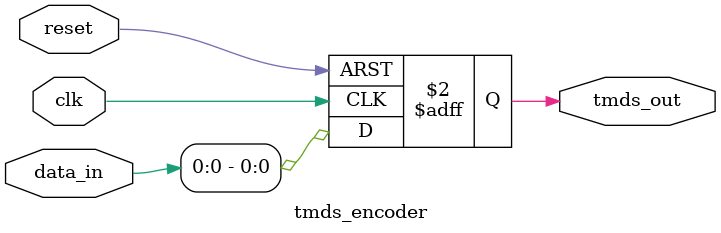
<source format=v>
module hdmi_counter (
    input wire clk,          // Clock 100 MHz
    input wire reset,        // Reset tín hiệu
    output wire [2:0] tmds   // 3 kênh TMDS cho HDMI (Red, Green, Blue)
);

reg [26:0] count;
reg [5:0] hour, minute, second;
reg [9:0] hcount, vcount; // Đếm ngang và dọc cho tín hiệu video
reg hsync, vsync, video_active;
wire [7:0] red, green, blue;

// Bộ đếm thời gian
always @(posedge clk or posedge reset) begin
    if (reset) begin
        count <= 0;
        hour <= 0;
        minute <= 0;
        second <= 0;
    end else begin
        if (count == 100000000) begin // 1 giây với clock 100 MHz
            count <= 0;
            if (second == 59) begin
                second <= 0;
                if (minute == 59) begin
                    minute <= 0;
                    if (hour == 23) begin
                        hour <= 0;
                    end else begin
                        hour <= hour + 1;
                    end
                end else begin
                    minute <= minute + 1;
                end
            end else begin
                second <= second + 1;
            end
        end else begin
            count <= count + 1;
        end
    end
end

// Tạo tín hiệu video 640x480 @ 60Hz
localparam H_ACTIVE = 640;
localparam H_FRONT_PORCH = 16;
localparam H_SYNC = 96;
localparam H_BACK_PORCH = 48;
localparam V_ACTIVE = 480;
localparam V_FRONT_PORCH = 10;
localparam V_SYNC = 2;
localparam V_BACK_PORCH = 33;

always @(posedge clk or posedge reset) begin
    if (reset) begin
        hcount <= 0;
        vcount <= 0;
        hsync <= 0;
        vsync <= 0;
        video_active <= 0;
    end else begin
        if (hcount == (H_ACTIVE + H_FRONT_PORCH + H_SYNC + H_BACK_PORCH - 1)) begin
            hcount <= 0;
            if (vcount == (V_ACTIVE + V_FRONT_PORCH + V_SYNC + V_BACK_PORCH - 1)) begin
                vcount <= 0;
            end else begin
                vcount <= vcount + 1;
            end
        end else begin
            hcount <= hcount + 1;
        end

        // Tín hiệu đồng bộ
        hsync <= (hcount >= (H_ACTIVE + H_FRONT_PORCH) && hcount < (H_ACTIVE + H_FRONT_PORCH + H_SYNC));
        vsync <= (vcount >= (V_ACTIVE + V_FRONT_PORCH) && vcount < (V_ACTIVE + V_FRONT_PORCH + V_SYNC));
        video_active <= (hcount < H_ACTIVE && vcount < V_ACTIVE);
    end
end

// Hiển thị thời gian đơn giản (ví dụ: màu trắng khi trong vùng active)
assign red   = (video_active && (hcount / 80 == hour[5:0] % 8 || vcount / 60 == second[5:0] % 8)) ? 8'hFF : 8'h00;
assign green = (video_active && (hcount / 80 == minute[5:0] % 8)) ? 8'hFF : 8'h00;
assign blue  = 8'h00;

// Mô-đun TMDS đơn giản (cần IP core thực tế cho HDMI)
tmds_encoder tmds_r (.clk(clk), .reset(reset), .data_in(red),   .tmds_out(tmds[2]));
tmds_encoder tmds_g (.clk(clk), .reset(reset), .data_in(green), .tmds_out(tmds[1]));
tmds_encoder tmds_b (.clk(clk), .reset(reset), .data_in(blue),  .tmds_out(tmds[0]));

endmodule

module tmds_encoder (
    input wire clk,
    input wire reset,
    input wire [7:0] data_in,
    output reg tmds_out
);
    // TMDS encoding đơn giản (thay bằng IP core thực tế)
    always @(posedge clk or posedge reset) begin
        if (reset) begin
            tmds_out <= 0;
        end else begin
            tmds_out <= data_in[0]; // Ví dụ cơ bản, cần TMDS encoder đầy đủ
        end
    end
endmodule
</source>
